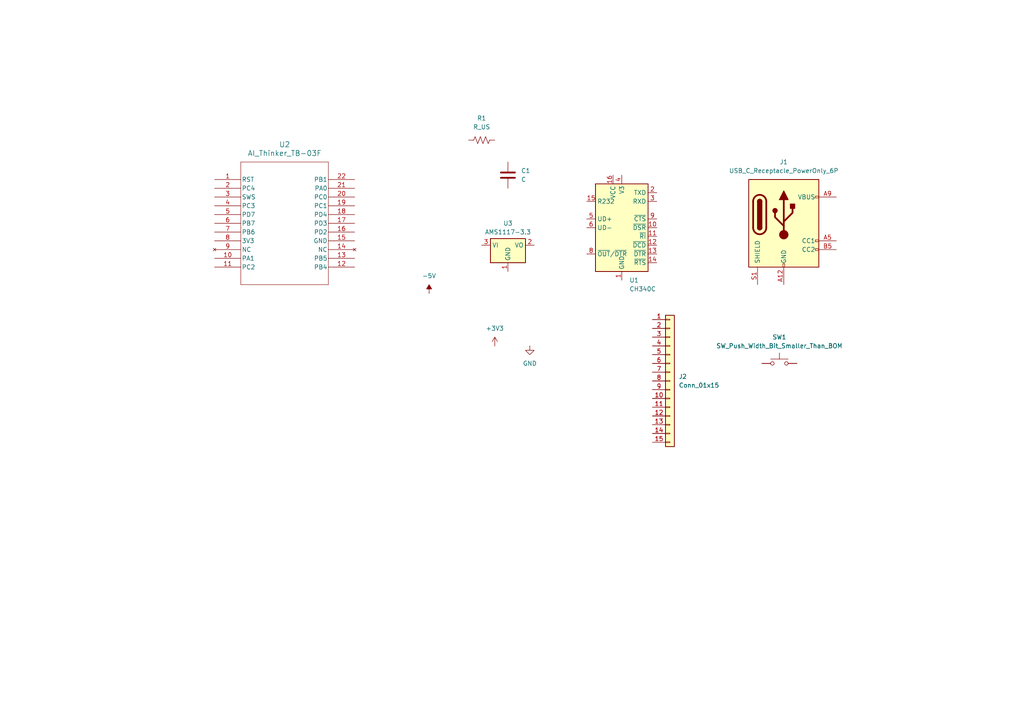
<source format=kicad_sch>
(kicad_sch (version 20231120) (generator "eeschema") (generator_version "8.0")
  (paper "A4")
  (lib_symbols
    (symbol "AI Thinker TB-03:TB-03F" (pin_names (offset 0.254))
      (property "Reference" "U" (at 20.32 10.16 0))
      (property "Value" "TB-03F" (at 20.32 7.62 0))
      (symbol "TB-03F_0_1"
        (polyline (pts (xy 7.62 -30.48) (xy 33.02 -30.48)) (stroke (width 0.127)))
        (polyline (pts (xy 7.62 5.08) (xy 7.62 -30.48)) (stroke (width 0.127)))
        (polyline (pts (xy 33.02 -30.48) (xy 33.02 5.08)) (stroke (width 0.127)))
        (polyline (pts (xy 33.02 5.08) (xy 7.62 5.08)) (stroke (width 0.127)))
        (pin input line (at 0 0 0) (length 7.62) (name "RST") (number "1"))
        (pin bidirectional line (at 0 -22.86 0) (length 7.62) (name "PA1") (number "10"))
        (pin bidirectional line (at 0 -25.4 0) (length 7.62) (name "PC2") (number "11"))
        (pin bidirectional line (at 40.64 -25.4 180) (length 7.62) (name "PB4") (number "12"))
        (pin bidirectional line (at 40.64 -22.86 180) (length 7.62) (name "PB5") (number "13"))
        (pin no_connect line (at 40.64 -20.32 180) (length 7.62) (name "NC") (number "14"))
        (pin power_out line (at 40.64 -17.78 180) (length 7.62) (name "GND") (number "15"))
        (pin bidirectional line (at 40.64 -15.24 180) (length 7.62) (name "PD2") (number "16"))
        (pin bidirectional line (at 40.64 -12.7 180) (length 7.62) (name "PD3") (number "17"))
        (pin bidirectional line (at 40.64 -10.16 180) (length 7.62) (name "PD4") (number "18"))
        (pin bidirectional line (at 40.64 -7.62 180) (length 7.62) (name "PC1") (number "19"))
        (pin bidirectional line (at 0 -2.54 0) (length 7.62) (name "PC4") (number "2"))
        (pin bidirectional line (at 40.64 -5.08 180) (length 7.62) (name "PC0") (number "20"))
        (pin bidirectional line (at 40.64 -2.54 180) (length 7.62) (name "PA0") (number "21"))
        (pin bidirectional line (at 40.64 0 180) (length 7.62) (name "PB1") (number "22"))
        (pin unspecified line (at 0 -5.08 0) (length 7.62) (name "SWS") (number "3"))
        (pin bidirectional line (at 0 -7.62 0) (length 7.62) (name "PC3") (number "4"))
        (pin bidirectional line (at 0 -10.16 0) (length 7.62) (name "PD7") (number "5"))
        (pin bidirectional line (at 0 -12.7 0) (length 7.62) (name "PB7") (number "6"))
        (pin bidirectional line (at 0 -15.24 0) (length 7.62) (name "PB6") (number "7"))
        (pin power_in line (at 0 -17.78 0) (length 7.62) (name "3V3") (number "8"))
        (pin no_connect line (at 0 -20.32 0) (length 7.62) (name "NC") (number "9"))
      )
    )
    (symbol "Connector:USB_C_Receptacle_PowerOnly_6P" (pin_names (offset 1.016))
      (property "Reference" "J" (at 0 16.51 0))
      (property "Value" "USB_C_Receptacle_PowerOnly_6P" (at 0 13.97 0))
      (symbol "USB_C_Receptacle_PowerOnly_6P_0_0"
        (rectangle (start -0.254 -12.7) (end 0.254 -11.684))
        (rectangle (start 10.16 -7.366) (end 9.144 -7.874))
        (rectangle (start 10.16 -4.826) (end 9.144 -5.334))
        (rectangle (start 10.16 7.874) (end 9.144 7.366))
      )
      (symbol "USB_C_Receptacle_PowerOnly_6P_0_1"
        (rectangle (start -10.16 12.7) (end 10.16 -12.7) (stroke (width 0.254)) (fill (type background)))
        (arc (start -8.89 -1.27) (mid -6.985 -3.1667) (end -5.08 -1.27) (stroke (width 0.508)))
        (arc (start -7.62 -1.27) (mid -6.985 -1.9023) (end -6.35 -1.27) (stroke (width 0.254)))
        (arc (start -7.62 -1.27) (mid -6.985 -1.9023) (end -6.35 -1.27) (stroke (width 0.254)) (fill (type outline)))
        (rectangle (start -7.62 -1.27) (end -6.35 6.35) (stroke (width 0.254)) (fill (type outline)))
        (arc (start -6.35 6.35) (mid -6.985 6.9823) (end -7.62 6.35) (stroke (width 0.254)))
        (arc (start -6.35 6.35) (mid -6.985 6.9823) (end -7.62 6.35) (stroke (width 0.254)) (fill (type outline)))
        (arc (start -5.08 6.35) (mid -6.985 8.2467) (end -8.89 6.35) (stroke (width 0.508)))
        (circle (center -2.54 3.683) (radius 0.635) (stroke (width 0.254)) (fill (type outline)))
        (circle (center 0 -3.302) (radius 1.27) (fill (type outline)))
        (polyline (pts (xy -8.89 -1.27) (xy -8.89 6.35)) (stroke (width 0.508)))
        (polyline (pts (xy -5.08 6.35) (xy -5.08 -1.27)) (stroke (width 0.508)))
        (polyline (pts (xy 0 -3.302) (xy 0 6.858)) (stroke (width 0.508)))
        (polyline (pts (xy 0 -0.762) (xy -2.54 1.778) (xy -2.54 3.048)) (stroke (width 0.508)))
        (polyline (pts (xy 0 0.508) (xy 2.54 3.048) (xy 2.54 4.318)) (stroke (width 0.508)))
        (polyline (pts (xy -1.27 6.858) (xy 0 9.398) (xy 1.27 6.858) (xy -1.27 6.858)) (stroke (width 0.254)) (fill (type outline)))
        (rectangle (start 1.905 4.318) (end 3.175 5.588) (stroke (width 0.254)) (fill (type outline)))
      )
      (symbol "USB_C_Receptacle_PowerOnly_6P_1_1"
        (pin passive line (at 0 -17.78 90) (length 5.08) (name "GND") (number "A12"))
        (pin bidirectional line (at 15.24 -5.08 180) (length 5.08) (name "CC1") (number "A5"))
        (pin passive line (at 15.24 7.62 180) (length 5.08) (name "VBUS") (number "A9"))
        (pin passive line (at 0 -17.78 90) (length 5.08) hide (name "GND") (number "B12"))
        (pin bidirectional line (at 15.24 -7.62 180) (length 5.08) (name "CC2") (number "B5"))
        (pin passive line (at 15.24 7.62 180) (length 5.08) hide (name "VBUS") (number "B9"))
        (pin passive line (at -7.62 -17.78 90) (length 5.08) (name "SHIELD") (number "S1"))
      )
    )
    (symbol "Connector_Generic:Conn_01x15" (pin_names (offset 1.016) hide)
      (property "Reference" "J" (at 0 20.32 0))
      (property "Value" "Conn_01x15" (at 0 -20.32 0))
      (symbol "Conn_01x15_1_1"
        (rectangle (start -1.27 -17.653) (end 0 -17.907) (stroke (width 0.1524)))
        (rectangle (start -1.27 -15.113) (end 0 -15.367) (stroke (width 0.1524)))
        (rectangle (start -1.27 -12.573) (end 0 -12.827) (stroke (width 0.1524)))
        (rectangle (start -1.27 -10.033) (end 0 -10.287) (stroke (width 0.1524)))
        (rectangle (start -1.27 -7.493) (end 0 -7.747) (stroke (width 0.1524)))
        (rectangle (start -1.27 -4.953) (end 0 -5.207) (stroke (width 0.1524)))
        (rectangle (start -1.27 -2.413) (end 0 -2.667) (stroke (width 0.1524)))
        (rectangle (start -1.27 0.127) (end 0 -0.127) (stroke (width 0.1524)))
        (rectangle (start -1.27 2.667) (end 0 2.413) (stroke (width 0.1524)))
        (rectangle (start -1.27 5.207) (end 0 4.953) (stroke (width 0.1524)))
        (rectangle (start -1.27 7.747) (end 0 7.493) (stroke (width 0.1524)))
        (rectangle (start -1.27 10.287) (end 0 10.033) (stroke (width 0.1524)))
        (rectangle (start -1.27 12.827) (end 0 12.573) (stroke (width 0.1524)))
        (rectangle (start -1.27 15.367) (end 0 15.113) (stroke (width 0.1524)))
        (rectangle (start -1.27 17.907) (end 0 17.653) (stroke (width 0.1524)))
        (rectangle (start -1.27 19.05) (end 1.27 -19.05) (stroke (width 0.254)) (fill (type background)))
        (pin passive line (at -5.08 17.78 0) (length 3.81) (name "Pin_1") (number "1"))
        (pin passive line (at -5.08 -5.08 0) (length 3.81) (name "Pin_10") (number "10"))
        (pin passive line (at -5.08 -7.62 0) (length 3.81) (name "Pin_11") (number "11"))
        (pin passive line (at -5.08 -10.16 0) (length 3.81) (name "Pin_12") (number "12"))
        (pin passive line (at -5.08 -12.7 0) (length 3.81) (name "Pin_13") (number "13"))
        (pin passive line (at -5.08 -15.24 0) (length 3.81) (name "Pin_14") (number "14"))
        (pin passive line (at -5.08 -17.78 0) (length 3.81) (name "Pin_15") (number "15"))
        (pin passive line (at -5.08 15.24 0) (length 3.81) (name "Pin_2") (number "2"))
        (pin passive line (at -5.08 12.7 0) (length 3.81) (name "Pin_3") (number "3"))
        (pin passive line (at -5.08 10.16 0) (length 3.81) (name "Pin_4") (number "4"))
        (pin passive line (at -5.08 7.62 0) (length 3.81) (name "Pin_5") (number "5"))
        (pin passive line (at -5.08 5.08 0) (length 3.81) (name "Pin_6") (number "6"))
        (pin passive line (at -5.08 2.54 0) (length 3.81) (name "Pin_7") (number "7"))
        (pin passive line (at -5.08 0 0) (length 3.81) (name "Pin_8") (number "8"))
        (pin passive line (at -5.08 -2.54 0) (length 3.81) (name "Pin_9") (number "9"))
      )
    )
    (symbol "Device:C" (pin_numbers hide) (pin_names (offset 0.254))
      (property "Reference" "C" (at 0.635 2.54 0))
      (property "Value" "C" (at 0.635 -2.54 0))
      (symbol "C_0_1"
        (polyline (pts (xy -2.032 -0.762) (xy 2.032 -0.762)) (stroke (width 0.508)))
        (polyline (pts (xy -2.032 0.762) (xy 2.032 0.762)) (stroke (width 0.508)))
      )
      (symbol "C_1_1"
        (pin passive line (at 0 3.81 270) (length 2.794) (name "~") (number "1"))
        (pin passive line (at 0 -3.81 90) (length 2.794) (name "~") (number "2"))
      )
    )
    (symbol "Device:R_US" (pin_numbers hide) (pin_names (offset 0))
      (property "Reference" "R" (at 2.54 0 90))
      (property "Value" "R_US" (at -2.54 0 90))
      (symbol "R_US_0_1"
        (polyline (pts (xy 0 -2.286) (xy 0 -2.54)))
        (polyline (pts (xy 0 2.286) (xy 0 2.54)))
        (polyline (pts (xy 0 -0.762) (xy 1.016 -1.143) (xy 0 -1.524) (xy -1.016 -1.905) (xy 0 -2.286)))
        (polyline (pts (xy 0 0.762) (xy 1.016 0.381) (xy 0 0) (xy -1.016 -0.381) (xy 0 -0.762)))
        (polyline (pts (xy 0 2.286) (xy 1.016 1.905) (xy 0 1.524) (xy -1.016 1.143) (xy 0 0.762)))
      )
      (symbol "R_US_1_1"
        (pin passive line (at 0 3.81 270) (length 1.27) (name "~") (number "1"))
        (pin passive line (at 0 -3.81 90) (length 1.27) (name "~") (number "2"))
      )
    )
    (symbol "Interface_USB:CH340C"
      (property "Reference" "U" (at -5.08 13.97 0))
      (property "Value" "CH340C" (at 1.27 13.97 0))
      (symbol "CH340C_0_1"
        (rectangle (start -7.62 12.7) (end 7.62 -12.7) (stroke (width 0.254)) (fill (type background)))
      )
      (symbol "CH340C_1_1"
        (pin power_in line (at 0 -15.24 90) (length 2.54) (name "GND") (number "1"))
        (pin input line (at 10.16 0 180) (length 2.54) (name "~{DSR}") (number "10"))
        (pin input line (at 10.16 -2.54 180) (length 2.54) (name "~{RI}") (number "11"))
        (pin input line (at 10.16 -5.08 180) (length 2.54) (name "~{DCD}") (number "12"))
        (pin output line (at 10.16 -7.62 180) (length 2.54) (name "~{DTR}") (number "13"))
        (pin output line (at 10.16 -10.16 180) (length 2.54) (name "~{RTS}") (number "14"))
        (pin input line (at -10.16 7.62 0) (length 2.54) (name "R232") (number "15"))
        (pin power_in line (at -2.54 15.24 270) (length 2.54) (name "VCC") (number "16"))
        (pin output line (at 10.16 10.16 180) (length 2.54) (name "TXD") (number "2"))
        (pin input line (at 10.16 7.62 180) (length 2.54) (name "RXD") (number "3"))
        (pin power_out line (at 0 15.24 270) (length 2.54) (name "V3") (number "4"))
        (pin bidirectional line (at -10.16 2.54 0) (length 2.54) (name "UD+") (number "5"))
        (pin bidirectional line (at -10.16 0 0) (length 2.54) (name "UD-") (number "6"))
        (pin no_connect line (at -7.62 -5.08 0) (length 2.54) hide (name "NC") (number "7"))
        (pin output line (at -10.16 -7.62 0) (length 2.54) (name "~{OUT}/~{DTR}") (number "8"))
        (pin input line (at 10.16 2.54 180) (length 2.54) (name "~{CTS}") (number "9"))
      )
    )
    (symbol "Regulator_Linear:AMS1117-3.3"
      (property "Reference" "U" (at -3.81 3.175 0))
      (property "Value" "AMS1117-3.3" (at 0 3.175 0))
      (symbol "AMS1117-3.3_0_1"
        (rectangle (start -5.08 -5.08) (end 5.08 1.905) (stroke (width 0.254)) (fill (type background)))
      )
      (symbol "AMS1117-3.3_1_1"
        (pin power_in line (at 0 -7.62 90) (length 2.54) (name "GND") (number "1"))
        (pin power_out line (at 7.62 0 180) (length 2.54) (name "VO") (number "2"))
        (pin power_in line (at -7.62 0 0) (length 2.54) (name "VI") (number "3"))
      )
    )
    (symbol "Switch:SW_Push" (pin_numbers hide) (pin_names (offset 1.016) hide)
      (property "Reference" "SW" (at 1.27 2.54 0))
      (property "Value" "SW_Push" (at 0 -1.524 0))
      (symbol "SW_Push_0_1"
        (circle (center -2.032 0) (radius 0.508))
        (polyline (pts (xy 0 1.27) (xy 0 3.048)))
        (polyline (pts (xy 2.54 1.27) (xy -2.54 1.27)))
        (circle (center 2.032 0) (radius 0.508))
        (pin passive line (at -5.08 0 0) (length 2.54) (name "1") (number "1"))
        (pin passive line (at 5.08 0 180) (length 2.54) (name "2") (number "2"))
      )
    )
    (symbol "power:+3V3" (power) (pin_numbers hide) (pin_names (offset 0) hide)
      (property "Value" "+3V3" (at 0 3.556 0))
      (symbol "+3V3_0_1"
        (polyline (pts (xy -0.762 1.27) (xy 0 2.54)))
        (polyline (pts (xy 0 0) (xy 0 2.54)))
        (polyline (pts (xy 0 2.54) (xy 0.762 1.27)))
      )
      (symbol "+3V3_1_1"
        (pin power_in line (at 0 0 90) (length 0) (name "~") (number "1"))
      )
    )
    (symbol "power:-5V" (power) (pin_numbers hide) (pin_names (offset 0) hide)
      (property "Value" "-5V" (at 0 3.556 0))
      (symbol "-5V_0_0"
        (pin power_in line (at 0 0 90) (length 0) (name "~") (number "1"))
      )
      (symbol "-5V_0_1"
        (polyline (pts (xy 0 0) (xy 0 1.27) (xy 0.762 1.27) (xy 0 2.54) (xy -0.762 1.27) (xy 0 1.27)) (fill (type outline)))
      )
    )
    (symbol "power:GND" (power) (pin_numbers hide) (pin_names (offset 0) hide)
      (property "Value" "GND" (at 0 -3.81 0))
      (symbol "GND_0_1"
        (polyline (pts (xy 0 0) (xy 0 -1.27) (xy 1.27 -1.27) (xy 0 -2.54) (xy -1.27 -1.27) (xy 0 -1.27)))
      )
      (symbol "GND_1_1"
        (pin power_in line (at 0 0 270) (length 0) (name "~") (number "1"))
      )
    )
  )
  (symbol (lib_id "Connector:USB_C_Receptacle_PowerOnly_6P") (at 227.33 64.77 0) (unit 1)
    (property "Reference" "J1" (at 227.33 46.99 0))
    (property "Value" "USB_C_Receptacle_PowerOnly_6P" (at 227.33 49.53 0))
    (property "Footprint" "Connector_USB:USB_C_Receptacle_GCT_USB4135-GF-A_6P_TopMnt_Horizontal" (effects (hide yes)))
    (property "Datasheet" "https://www.usb.org/sites/default/files/documents/usb_type-c.zip" (effects (hide yes)))
    (property "Description" "USB Power-Only 6P Type-C Receptacle connector" (effects (hide yes)))
  )
  (symbol (lib_id "power:-5V") (at 124.46 85.09 0) (unit 1)
    (property "Reference" "#PWR03" (effects (hide yes)))
    (property "Value" "-5V" (at 124.46 80.01 0))
    (property "Description" "Power symbol creates a global label with name \"-5V\"" (effects (hide yes)))
  )
  (symbol (lib_id "Connector_Generic:Conn_01x15") (at 194.31 110.49 0) (unit 1)
    (property "Reference" "J2" (at 196.85 109.2199 0) (effects (justify left)))
    (property "Value" "Conn_01x15" (at 196.85 111.7599 0) (effects (justify left)))
    (property "Footprint" "Connector_PinHeader_2.54mm:PinHeader_1x15_P2.54mm_Vertical" (effects (hide yes)))
    (property "Description" "Generic connector, single row, 01x15, script generated (kicad-library-utils/schlib/autogen/connector/)" (effects (hide yes)))
  )
  (symbol (lib_id "Switch:SW_Push") (at 226.06 105.41 0) (unit 1)
    (property "Reference" "SW1" (at 226.06 97.79 0))
    (property "Value" "SW_Push_Width_Bit_Smaller_Than_BOM" (at 226.06 100.33 0))
    (property "Footprint" "Button_Switch_SMD:SW_SPST_EVQPE1" (effects (hide yes)))
    (property "Description" "Push button switch, generic, two pins" (effects (hide yes)))
  )
  (symbol (lib_id "power:+3V3") (at 143.51 100.33 0) (unit 1)
    (property "Reference" "#PWR01" (effects (hide yes)))
    (property "Value" "+3V3" (at 143.51 95.25 0))
    (property "Description" "Power symbol creates a global label with name \"+3V3\"" (effects (hide yes)))
  )
  (symbol (lib_id "Regulator_Linear:AMS1117-3.3") (at 147.32 71.12 0) (unit 1)
    (property "Reference" "U3" (at 147.32 64.77 0))
    (property "Value" "AMS1117-3.3" (at 147.32 67.31 0))
    (property "Footprint" "Package_TO_SOT_SMD:SOT-223-3_TabPin2" (effects (hide yes)))
    (property "Datasheet" "http://www.advanced-monolithic.com/pdf/ds1117.pdf" (effects (hide yes)))
    (property "Description" "1A Low Dropout regulator, positive, 3.3V fixed output, SOT-223" (effects (hide yes)))
  )
  (symbol (lib_id "AI Thinker TB-03:TB-03F") (at 62.23 52.07 0) (unit 1)
    (property "Reference" "U2" (at 82.55 41.91 0) (effects (font (size 1.524 1.524))))
    (property "Value" "AI_Thinker_TB-03F" (at 82.55 44.45 0) (effects (font (size 1.524 1.524))))
    (property "Footprint" "AI Thinker TB-03:TB-03F_AIT" (effects (hide yes)))
    (property "Datasheet" "TB-03F" (effects (hide yes)))
  )
  (symbol (lib_id "power:GND") (at 153.67 100.33 0) (unit 1)
    (property "Reference" "#PWR02" (effects (hide yes)))
    (property "Value" "GND" (at 153.67 105.41 0))
    (property "Description" "Power symbol creates a global label with name \"GND\" , ground" (effects (hide yes)))
  )
  (symbol (lib_id "Device:R_US") (at 139.7 40.64 270) (unit 1)
    (property "Reference" "R1" (at 139.7 34.29 90))
    (property "Value" "R_US" (at 139.7 36.83 90))
    (property "Description" "Resistor, US symbol" (effects (hide yes)))
  )
  (symbol (lib_id "Device:C") (at 147.32 50.8 0) (unit 1)
    (property "Reference" "C1" (at 151.13 49.5299 0) (effects (justify left)))
    (property "Value" "C" (at 151.13 52.0699 0) (effects (justify left)))
    (property "Description" "Unpolarized capacitor" (effects (hide yes)))
  )
  (symbol (lib_id "Interface_USB:CH340C") (at 180.34 66.04 0) (unit 1)
    (property "Reference" "U1" (at 182.5341 81.28 0) (effects (justify left)))
    (property "Value" "CH340C" (at 182.5341 83.82 0) (effects (justify left)))
    (property "Footprint" "Package_SO:SOIC-16_3.9x9.9mm_P1.27mm" (effects (hide yes)))
    (property "Datasheet" "https://datasheet.lcsc.com/szlcsc/Jiangsu-Qin-Heng-CH340C_C84681.pdf" (effects (hide yes)))
    (property "Description" "USB serial converter, UART, SOIC-16" (effects (hide yes)))
  )
)
</source>
